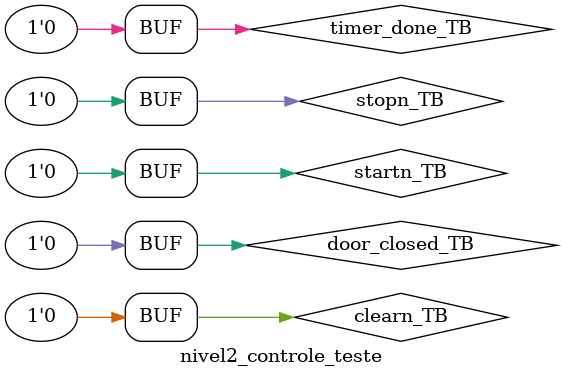
<source format=v>
`timescale 1ns/1ns
`include "nivel2_controle.v"

module nivel2_controle_teste;

    reg startn_TB, stopn_TB, clearn_TB, door_closed_TB, timer_done_TB;
  	wire  Q_TB;

  	nivel2_controle DUT(.startn(startn_TB), .stopn(stopn_TB), .clearn(clearn_TB), .door_closed(door_closed_TB), .timer_done(timer_done_TB), .Q2(Q_TB));

    initial
        begin

            $dumpfile("nivel2_controle_teste.vcd");
            $dumpvars(0, nivel2_controle_teste);

                startn_TB=1; stopn_TB=0; clearn_TB=0; door_closed_TB=0; timer_done_TB=0;
            #5  startn_TB=1; stopn_TB=0; clearn_TB=0; door_closed_TB=1; timer_done_TB=0;
         	  #5  startn_TB=1; stopn_TB=1; clearn_TB=0; door_closed_TB=1; timer_done_TB=0;
            #5  startn_TB=1; stopn_TB=0; clearn_TB=0; door_closed_TB=1; timer_done_TB=0;
            #5  startn_TB=1; stopn_TB=0; clearn_TB=0; door_closed_TB=0; timer_done_TB=0;
            #5  startn_TB=1; stopn_TB=0; clearn_TB=0; door_closed_TB=1; timer_done_TB=1;
            #5  startn_TB=1; stopn_TB=0; clearn_TB=0; door_closed_TB=1; timer_done_TB=0;
          	#5  startn_TB=1; stopn_TB=0; clearn_TB=1; door_closed_TB=1; timer_done_TB=1;
            #5  startn_TB=1; stopn_TB=0; clearn_TB=0; door_closed_TB=1; timer_done_TB=0;
          	#5  startn_TB=1; stopn_TB=1; clearn_TB=1; door_closed_TB=1; timer_done_TB=1;
            #5  startn_TB=0; stopn_TB=1; clearn_TB=1; door_closed_TB=1; timer_done_TB=1;
            #5  startn_TB=0; stopn_TB=0; clearn_TB=0; door_closed_TB=0; timer_done_TB=0;
          
        end
endmodule
</source>
